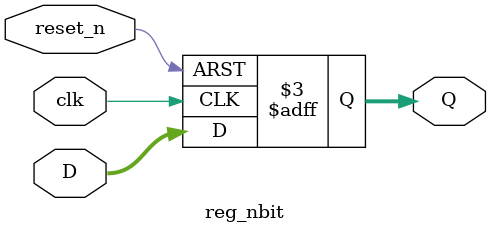
<source format=sv>
module reg_nbit #(
    parameter nbit = 32
) (
    output  logic [nbit-1 : 0] Q,
    input   [nbit-1 : 0] D,
    input   clk,
    input reset_n
);
    always @(posedge clk, negedge reset_n) begin
        if(~reset_n) Q <= 'd0;
        else begin
            Q <= D;
        end
    end
endmodule
</source>
